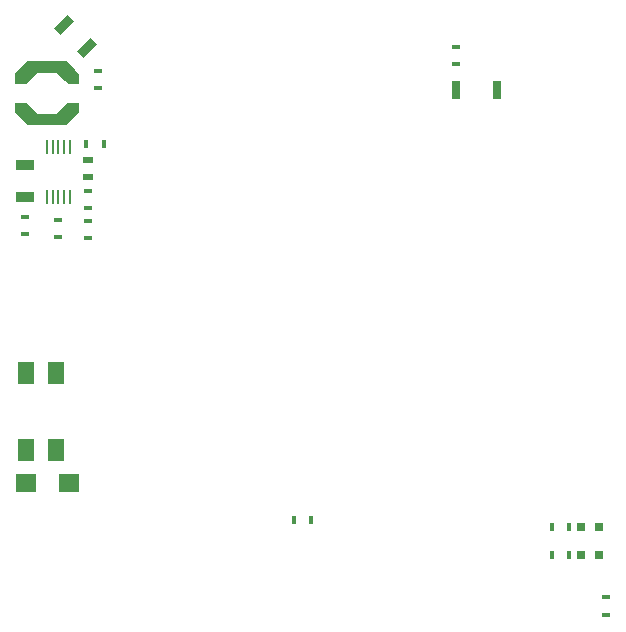
<source format=gbr>
%FSLAX35Y35*%
%MOIN*%
G04 EasyPC Gerber Version 18.0.8 Build 3632 *
%ADD112R,0.00502X0.04912*%
%ADD103R,0.01600X0.03100*%
%ADD111R,0.02550X0.06093*%
%ADD105R,0.03100X0.01600*%
%ADD108R,0.03200X0.02000*%
%ADD102R,0.05500X0.07700*%
%ADD104R,0.02550X0.02550*%
%ADD98C,0.00100*%
%ADD107R,0.06300X0.03200*%
%AMT106*0 Rectangle Pad at angle 135*21,1,0.03200,0.06300,0,0,135*%
%ADD106T106*%
%ADD110R,0.11998X0.03534*%
%ADD109R,0.06500X0.05900*%
X0Y0D02*
D02*
D98*
X26033Y192446D02*
X22214Y188627D01*
X15915*
X12096Y192446*
X8552*
Y189335*
X12686Y185202*
X25481*
X29615Y189335*
Y192446*
X26033*
G36*
X22214Y188627*
X15915*
X12096Y192446*
X8552*
Y189335*
X12686Y185202*
X25481*
X29615Y189335*
Y192446*
X26033*
G37*
Y198981D02*
X22214Y202800D01*
X15915*
X12096Y198981*
X8552*
Y202091*
X12686Y206225*
X25481*
X29615Y202091*
Y198981*
X26033*
G36*
X22214Y202800*
X15915*
X12096Y198981*
X8552*
Y202091*
X12686Y206225*
X25481*
X29615Y202091*
Y198981*
X26033*
G37*
D02*
D102*
X12096Y76811D03*
Y102411D03*
X22096Y76811D03*
Y102411D03*
D02*
D103*
X32356Y178587D03*
X38056D03*
X101647Y53194D03*
X107347D03*
X187474Y41580D03*
Y51028D03*
X193174Y41580D03*
Y51028D03*
D02*
D104*
X197214Y41580D03*
Y51028D03*
X203119Y41580D03*
Y51028D03*
D02*
D105*
X11978Y148769D03*
Y154469D03*
X23001Y147588D03*
Y153288D03*
X32844Y147391D03*
Y153091D03*
Y157430D03*
Y163130D03*
X36190Y197194D03*
Y202894D03*
X155678Y205265D03*
Y210965D03*
X205678Y21800D03*
Y27500D03*
D02*
D106*
X24962Y218162D03*
X32457Y210667D03*
D02*
D107*
X11978Y160886D03*
Y171486D03*
D02*
D108*
X32844Y167767D03*
Y173267D03*
D02*
D109*
X12111Y65595D03*
X26411D03*
D02*
D110*
X19064Y186934D03*
Y204513D03*
D02*
D111*
X155678Y196501D03*
X169064D03*
D02*
D112*
X19064Y160910D03*
Y177761D03*
X21033Y160910D03*
Y177761D03*
X23001Y160910D03*
Y177761D03*
X24970Y160910D03*
Y177761D03*
X26938Y160910D03*
Y177761D03*
X0Y0D02*
M02*

</source>
